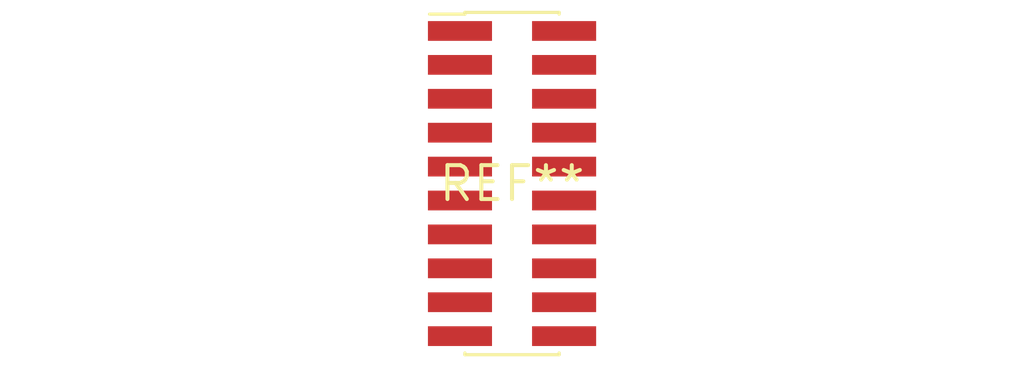
<source format=kicad_pcb>
(kicad_pcb (version 20240108) (generator pcbnew)
  (layers (0 "F.Cu" signal) (31 "B.Cu" signal) (34 "B.Paste" user) (35 "F.Paste" user) (36 "B.SilkS" user "B.Silkscreen") (37 "F.SilkS" user "F.Silkscreen") (38 "B.Mask" user) (39 "F.Mask" user) (44 "Edge.Cuts" user))
  (net 0 "")
  (footprint "PinHeader_2x10_P1.27mm_Vertical_SMD" (layer "F.Cu") (at 0 0)
    (property "Reference" "REF**")
    (property "Value" "PinHeader_2x10_P1.27mm_Vertical_SMD")
    (fp_line (start -3.09 -6.345) (end -1.765 -6.345) (layer "F.SilkS") (stroke (width 0.12)))
    (fp_line (start -1.765 -6.41) (end -1.765 -6.345) (layer "F.SilkS") (stroke (width 0.12)))
    (fp_line (start -1.765 -6.41) (end 1.765 -6.41) (layer "F.SilkS") (stroke (width 0.12)))
    (fp_line (start -1.765 6.345) (end -1.765 6.41) (layer "F.SilkS") (stroke (width 0.12)))
    (fp_line (start -1.765 6.41) (end 1.765 6.41) (layer "F.SilkS") (stroke (width 0.12)))
    (fp_line (start 1.765 -6.41) (end 1.765 -6.345) (layer "F.SilkS") (stroke (width 0.12)))
    (fp_line (start 1.765 6.345) (end 1.765 6.41) (layer "F.SilkS") (stroke (width 0.12)))
    (pad "1" smd rect (at -1.95 -5.715) (size 2.4 0.74) (layers "F.Cu" "F.Paste" "F.Mask"))
    (pad "2" smd rect (at 1.95 -5.715) (size 2.4 0.74) (layers "F.Cu" "F.Paste" "F.Mask"))
    (pad "3" smd rect (at -1.95 -4.445) (size 2.4 0.74) (layers "F.Cu" "F.Paste" "F.Mask"))
    (pad "4" smd rect (at 1.95 -4.445) (size 2.4 0.74) (layers "F.Cu" "F.Paste" "F.Mask"))
    (pad "5" smd rect (at -1.95 -3.175) (size 2.4 0.74) (layers "F.Cu" "F.Paste" "F.Mask"))
    (pad "6" smd rect (at 1.95 -3.175) (size 2.4 0.74) (layers "F.Cu" "F.Paste" "F.Mask"))
    (pad "7" smd rect (at -1.95 -1.905) (size 2.4 0.74) (layers "F.Cu" "F.Paste" "F.Mask"))
    (pad "8" smd rect (at 1.95 -1.905) (size 2.4 0.74) (layers "F.Cu" "F.Paste" "F.Mask"))
    (pad "9" smd rect (at -1.95 -0.635) (size 2.4 0.74) (layers "F.Cu" "F.Paste" "F.Mask"))
    (pad "10" smd rect (at 1.95 -0.635) (size 2.4 0.74) (layers "F.Cu" "F.Paste" "F.Mask"))
    (pad "11" smd rect (at -1.95 0.635) (size 2.4 0.74) (layers "F.Cu" "F.Paste" "F.Mask"))
    (pad "12" smd rect (at 1.95 0.635) (size 2.4 0.74) (layers "F.Cu" "F.Paste" "F.Mask"))
    (pad "13" smd rect (at -1.95 1.905) (size 2.4 0.74) (layers "F.Cu" "F.Paste" "F.Mask"))
    (pad "14" smd rect (at 1.95 1.905) (size 2.4 0.74) (layers "F.Cu" "F.Paste" "F.Mask"))
    (pad "15" smd rect (at -1.95 3.175) (size 2.4 0.74) (layers "F.Cu" "F.Paste" "F.Mask"))
    (pad "16" smd rect (at 1.95 3.175) (size 2.4 0.74) (layers "F.Cu" "F.Paste" "F.Mask"))
    (pad "17" smd rect (at -1.95 4.445) (size 2.4 0.74) (layers "F.Cu" "F.Paste" "F.Mask"))
    (pad "18" smd rect (at 1.95 4.445) (size 2.4 0.74) (layers "F.Cu" "F.Paste" "F.Mask"))
    (pad "19" smd rect (at -1.95 5.715) (size 2.4 0.74) (layers "F.Cu" "F.Paste" "F.Mask"))
    (pad "20" smd rect (at 1.95 5.715) (size 2.4 0.74) (layers "F.Cu" "F.Paste" "F.Mask"))
  )
)
</source>
